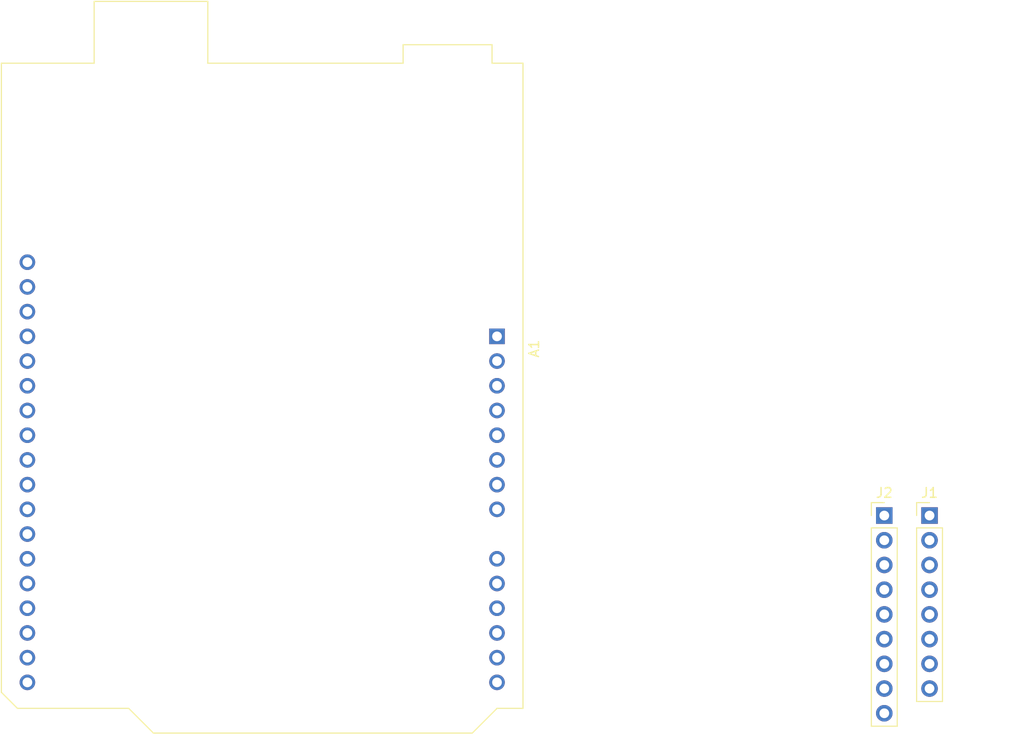
<source format=kicad_pcb>
(kicad_pcb (version 20211014) (generator pcbnew)
  (layers (0 "F.Cu" signal) (31 "B.Cu" signal) (34 "B.Paste" user) (35 "F.Paste" user) (36 "B.SilkS" user "B.Silkscreen") (37 "F.SilkS" user "F.Silkscreen") (38 "B.Mask" user) (39 "F.Mask" user) (44 "Edge.Cuts" user))
  (net 0 "")
  (net 3 "/N_RST")
  (net 5 "+5V")
  (net 6 "GND")
  (net 8 "/OUT0")
  (net 9 "/OUT1")
  (net 10 "/OUT2")
  (net 11 "/OUT3")
  (net 16 "/DIS0")
  (net 19 "/ARD_PWM3")
  (net 23 "/ARD_PWM2")
  (net 24 "/ARD_PWM1")
  (net 25 "/ARD_PWM0")
  (net 32 "VCC")
  (net 33 "/N_LOAD")
  (net 34 "/CLK")
  (net 35 "/DATA")
  (net 36 "/N_R0")
  (net 37 "/N_R1")
  (net 38 "/N_R2")
  (net 39 "/N_R3")
  (net 40 "/N_C2")
  (net 41 "/N_C3")
  (net 42 "/N_C4")
  (net 43 "/N_C0")
  (net 44 "/N_C1")
  (footprint "For_Rasterboard:Arduino_UNO_R3_WithMountingHoles_Snapped_to_P2.54mm" (layer "F.Cu") (at 92.71 78.105 -90)
    (fp_text reference "A1" (at 1.27 -3.81 90) (layer "F.SilkS"))
    (fp_text value "Arduino_UNO_R3")
    (fp_line (start -28.07 -2.67) (end -28.07 0.51) (layer "F.SilkS") (width 0.12))
    (fp_line (start -28.07 9.65) (end -28.07 29.72) (layer "F.SilkS") (width 0.12))
    (fp_line (start 38.23 37.85) (end 40.77 35.31) (layer "F.SilkS") (width 0.12))
    (fp_line (start -34.42 41.4) (end -28.07 41.4) (layer "F.SilkS") (width 0.12))
    (fp_line (start 38.23 0) (end 38.23 -2.67) (layer "F.SilkS") (width 0.12))
    (fp_line (start -29.97 9.65) (end -28.07 9.65) (layer "F.SilkS") (width 0.12))
    (fp_line (start -28.07 0.51) (end -29.97 0.51) (layer "F.SilkS") (width 0.12))
    (fp_line (start -28.07 50.93) (end 36.58 50.93) (layer "F.SilkS") (width 0.12))
    (fp_line (start 38.23 -2.67) (end -28.07 -2.67) (layer "F.SilkS") (width 0.12))
    (fp_line (start -34.42 29.72) (end -34.42 41.4) (layer "F.SilkS") (width 0.12))
    (fp_line (start 38.23 49.28) (end 38.23 37.85) (layer "F.SilkS") (width 0.12))
    (fp_line (start 36.58 50.93) (end 38.23 49.28) (layer "F.SilkS") (width 0.12))
    (fp_line (start -28.07 41.4) (end -28.07 50.93) (layer "F.SilkS") (width 0.12))
    (fp_line (start -28.07 29.72) (end -34.42 29.72) (layer "F.SilkS") (width 0.12))
    (fp_line (start 40.77 35.31) (end 40.77 2.54) (layer "F.SilkS") (width 0.12))
    (fp_line (start -29.97 0.51) (end -29.97 9.65) (layer "F.SilkS") (width 0.12))
    (fp_line (start 40.77 2.54) (end 38.23 0) (layer "F.SilkS") (width 0.12))
    (pad "" np_thru_hole circle (at -13.97 0) (size 3.2 3.2) (drill 3.2) (layers *.Cu *.Mask))
    (pad "" np_thru_hole circle (at 38.1 5.08) (size 3.2 3.2) (drill 3.2) (layers *.Cu *.Mask))
    (pad "" np_thru_hole circle (at 38.1 33.02) (size 3.2 3.2) (drill 3.2) (layers *.Cu *.Mask))
    (pad "" np_thru_hole circle (at -12.7 48.26) (size 3.2 3.2) (drill 3.2) (layers *.Cu *.Mask))
    (pad "1" thru_hole rect (at 0 0) (size 1.6 1.6) (drill 1) (layers *.Cu *.Mask))
    (pad "2" thru_hole oval (at 2.54 0) (size 1.6 1.6) (drill 1) (layers *.Cu *.Mask))
    (pad "3" thru_hole oval (at 5.08 0) (size 1.6 1.6) (drill 1) (layers *.Cu *.Mask) (net 3 "/N_RST"))
    (pad "4" thru_hole oval (at 7.62 0) (size 1.6 1.6) (drill 1) (layers *.Cu *.Mask))
    (pad "5" thru_hole oval (at 10.16 0) (size 1.6 1.6) (drill 1) (layers *.Cu *.Mask) (net 5 "+5V"))
    (pad "6" thru_hole oval (at 12.7 0) (size 1.6 1.6) (drill 1) (layers *.Cu *.Mask) (net 6 "GND"))
    (pad "7" thru_hole oval (at 15.24 0) (size 1.6 1.6) (drill 1) (layers *.Cu *.Mask) (net 6 "GND"))
    (pad "8" thru_hole oval (at 17.78 0) (size 1.6 1.6) (drill 1) (layers *.Cu *.Mask))
    (pad "9" thru_hole oval (at 22.86 0) (size 1.6 1.6) (drill 1) (layers *.Cu *.Mask) (net 8 "/OUT0"))
    (pad "10" thru_hole oval (at 25.4 0) (size 1.6 1.6) (drill 1) (layers *.Cu *.Mask) (net 9 "/OUT1"))
    (pad "11" thru_hole oval (at 27.94 0) (size 1.6 1.6) (drill 1) (layers *.Cu *.Mask) (net 10 "/OUT2"))
    (pad "12" thru_hole oval (at 30.48 0) (size 1.6 1.6) (drill 1) (layers *.Cu *.Mask) (net 11 "/OUT3"))
    (pad "13" thru_hole oval (at 33.02 0) (size 1.6 1.6) (drill 1) (layers *.Cu *.Mask))
    (pad "14" thru_hole oval (at 35.56 0) (size 1.6 1.6) (drill 1) (layers *.Cu *.Mask))
    (pad "15" thru_hole oval (at 35.56 48.26) (size 1.6 1.6) (drill 1) (layers *.Cu *.Mask))
    (pad "16" thru_hole oval (at 33.02 48.26) (size 1.6 1.6) (drill 1) (layers *.Cu *.Mask))
    (pad "17" thru_hole oval (at 30.48 48.26) (size 1.6 1.6) (drill 1) (layers *.Cu *.Mask) (net 16 "/DIS0"))
    (pad "18" thru_hole oval (at 27.94 48.26) (size 1.6 1.6) (drill 1) (layers *.Cu *.Mask))
    (pad "19" thru_hole oval (at 25.4 48.26) (size 1.6 1.6) (drill 1) (layers *.Cu *.Mask))
    (pad "20" thru_hole oval (at 22.86 48.26) (size 1.6 1.6) (drill 1) (layers *.Cu *.Mask) (net 19 "/ARD_PWM3"))
    (pad "21" thru_hole oval (at 20.32 48.26) (size 1.6 1.6) (drill 1) (layers *.Cu *.Mask))
    (pad "22" thru_hole oval (at 17.78 48.26) (size 1.6 1.6) (drill 1) (layers *.Cu *.Mask))
    (pad "23" thru_hole oval (at 15.24 48.26) (size 1.6 1.6) (drill 1) (layers *.Cu *.Mask))
    (pad "24" thru_hole oval (at 12.7 48.26) (size 1.6 1.6) (drill 1) (layers *.Cu *.Mask) (net 23 "/ARD_PWM2"))
    (pad "25" thru_hole oval (at 10.16 48.26) (size 1.6 1.6) (drill 1) (layers *.Cu *.Mask) (net 24 "/ARD_PWM1"))
    (pad "26" thru_hole oval (at 7.62 48.26) (size 1.6 1.6) (drill 1) (layers *.Cu *.Mask) (net 25 "/ARD_PWM0"))
    (pad "27" thru_hole oval (at 5.08 48.26) (size 1.6 1.6) (drill 1) (layers *.Cu *.Mask))
    (pad "28" thru_hole oval (at 2.54 48.26) (size 1.6 1.6) (drill 1) (layers *.Cu *.Mask))
    (pad "29" thru_hole oval (at 0 48.26) (size 1.6 1.6) (drill 1) (layers *.Cu *.Mask))
    (pad "30" thru_hole oval (at -2.54 48.26) (size 1.6 1.6) (drill 1) (layers *.Cu *.Mask))
    (pad "31" thru_hole oval (at -5.08 48.26) (size 1.6 1.6) (drill 1) (layers *.Cu *.Mask))
    (pad "32" thru_hole oval (at -7.62 48.26) (size 1.6 1.6) (drill 1) (layers *.Cu *.Mask))
  )
  (footprint "Connector_PinHeader_2.54mm:PinHeader_1x09_P2.54mm_Vertical" (layer "F.Cu") (at 132.51 96.52)
    (fp_text reference "J2" (at 0 -2.33) (layer "F.SilkS"))
    (fp_text value "1x9 2.54mm male 90deg")
    (fp_line (start 1.33 1.27) (end 1.33 21.65) (layer "F.SilkS") (width 0.12))
    (fp_line (start -1.33 1.27) (end -1.33 21.65) (layer "F.SilkS") (width 0.12))
    (fp_line (start -1.33 -1.33) (end 0 -1.33) (layer "F.SilkS") (width 0.12))
    (fp_line (start -1.33 21.65) (end 1.33 21.65) (layer "F.SilkS") (width 0.12))
    (fp_line (start -1.33 0) (end -1.33 -1.33) (layer "F.SilkS") (width 0.12))
    (fp_line (start -1.33 1.27) (end 1.33 1.27) (layer "F.SilkS") (width 0.12))
    (pad "1" thru_hole rect (at 0 0) (size 1.7 1.7) (drill 1) (layers *.Cu *.Mask) (net 39 "/N_R3"))
    (pad "2" thru_hole oval (at 0 2.54) (size 1.7 1.7) (drill 1) (layers *.Cu *.Mask) (net 36 "/N_R0"))
    (pad "3" thru_hole oval (at 0 5.08) (size 1.7 1.7) (drill 1) (layers *.Cu *.Mask) (net 40 "/N_C2"))
    (pad "4" thru_hole oval (at 0 7.62) (size 1.7 1.7) (drill 1) (layers *.Cu *.Mask) (net 41 "/N_C3"))
    (pad "5" thru_hole oval (at 0 10.16) (size 1.7 1.7) (drill 1) (layers *.Cu *.Mask) (net 42 "/N_C4"))
    (pad "6" thru_hole oval (at 0 12.7) (size 1.7 1.7) (drill 1) (layers *.Cu *.Mask) (net 43 "/N_C0"))
    (pad "7" thru_hole oval (at 0 15.24) (size 1.7 1.7) (drill 1) (layers *.Cu *.Mask) (net 37 "/N_R1"))
    (pad "8" thru_hole oval (at 0 17.78) (size 1.7 1.7) (drill 1) (layers *.Cu *.Mask) (net 38 "/N_R2"))
    (pad "9" thru_hole oval (at 0 20.32) (size 1.7 1.7) (drill 1) (layers *.Cu *.Mask) (net 44 "/N_C1"))
  )
  (footprint "Connector_PinHeader_2.54mm:PinHeader_1x08_P2.54mm_Vertical" (layer "F.Cu") (at 137.16 96.52)
    (fp_text reference "J1" (at 0 -2.33) (layer "F.SilkS"))
    (fp_text value "1x8 2.54mm male 90deg")
    (fp_line (start 1.33 1.27) (end 1.33 19.11) (layer "F.SilkS") (width 0.12))
    (fp_line (start -1.33 1.27) (end -1.33 19.11) (layer "F.SilkS") (width 0.12))
    (fp_line (start -1.33 1.27) (end 1.33 1.27) (layer "F.SilkS") (width 0.12))
    (fp_line (start -1.33 -1.33) (end 0 -1.33) (layer "F.SilkS") (width 0.12))
    (fp_line (start -1.33 19.11) (end 1.33 19.11) (layer "F.SilkS") (width 0.12))
    (fp_line (start -1.33 0) (end -1.33 -1.33) (layer "F.SilkS") (width 0.12))
    (pad "1" thru_hole rect (at 0 0) (size 1.7 1.7) (drill 1) (layers *.Cu *.Mask) (net 6 "GND"))
    (pad "2" thru_hole oval (at 0 2.54) (size 1.7 1.7) (drill 1) (layers *.Cu *.Mask) (net 32 "VCC"))
    (pad "3" thru_hole oval (at 0 5.08) (size 1.7 1.7) (drill 1) (layers *.Cu *.Mask) (net 33 "/N_LOAD"))
    (pad "4" thru_hole oval (at 0 7.62) (size 1.7 1.7) (drill 1) (layers *.Cu *.Mask) (net 34 "/CLK"))
    (pad "5" thru_hole oval (at 0 10.16) (size 1.7 1.7) (drill 1) (layers *.Cu *.Mask) (net 35 "/DATA"))
    (pad "6" thru_hole oval (at 0 12.7) (size 1.7 1.7) (drill 1) (layers *.Cu *.Mask) (net 36 "/N_R0"))
    (pad "7" thru_hole oval (at 0 15.24) (size 1.7 1.7) (drill 1) (layers *.Cu *.Mask) (net 37 "/N_R1"))
    (pad "8" thru_hole oval (at 0 17.78) (size 1.7 1.7) (drill 1) (layers *.Cu *.Mask) (net 38 "/N_R2"))
  )
)
</source>
